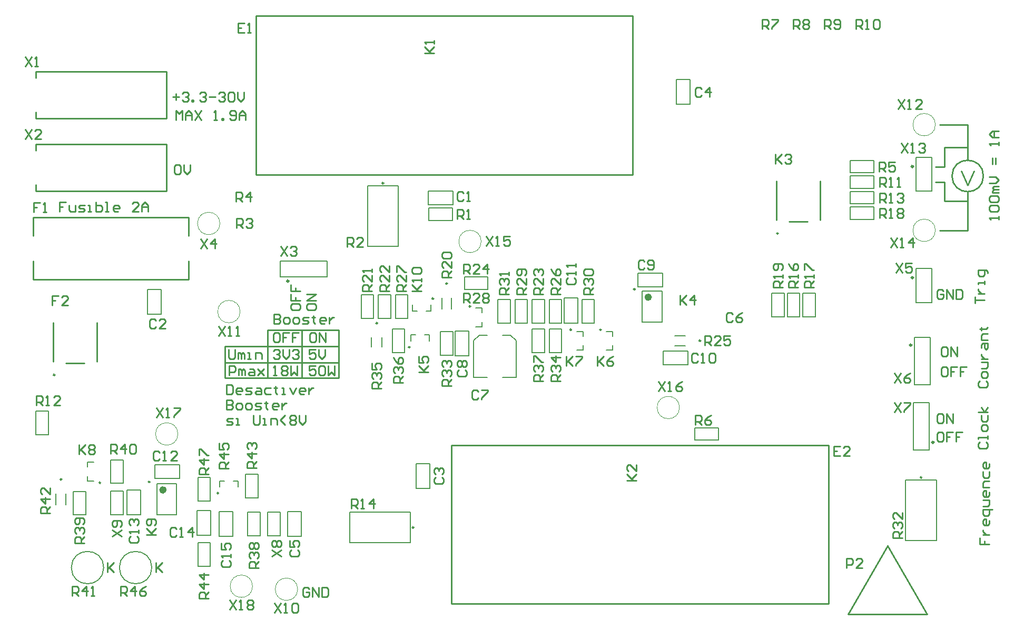
<source format=gto>
G04*
G04 #@! TF.GenerationSoftware,Altium Limited,Altium Designer,23.6.0 (18)*
G04*
G04 Layer_Color=65535*
%FSLAX44Y44*%
%MOMM*%
G71*
G04*
G04 #@! TF.SameCoordinates,E2970A9F-EEAD-49D2-9432-5F25BFD95917*
G04*
G04*
G04 #@! TF.FilePolarity,Positive*
G04*
G01*
G75*
%ADD10C,0.2500*%
%ADD11C,0.6000*%
%ADD12C,0.1500*%
%ADD13C,0.1250*%
%ADD14C,0.3000*%
%ADD15C,0.2540*%
%ADD16C,0.2000*%
D10*
X1098250Y455000D02*
G03*
X1098250Y455000I-1250J0D01*
G01*
X993000Y537800D02*
G03*
X993000Y537800I-1250J0D01*
G01*
X669000Y522750D02*
G03*
X669000Y522750I-1250J0D01*
G01*
X213000Y227800D02*
G03*
X213000Y227800I-1250J0D01*
G01*
X578750Y483250D02*
G03*
X578750Y483250I-1250J0D01*
G01*
X691250Y547000D02*
G03*
X691250Y547000I-1250J0D01*
G01*
X71250Y232000D02*
G03*
X71250Y232000I-1250J0D01*
G01*
X60272Y400000D02*
G03*
X60272Y400000I-1250J0D01*
G01*
X1223000Y627500D02*
G03*
X1223000Y627500I-1250J0D01*
G01*
X631000Y444750D02*
G03*
X631000Y444750I-1250J0D01*
G01*
X938500Y472750D02*
G03*
X938500Y472750I-1250J0D01*
G01*
X890750D02*
G03*
X890750Y472750I-1250J0D01*
G01*
X134000Y226654D02*
G03*
X134000Y226654I-1250J0D01*
G01*
X1453800Y235100D02*
G03*
X1453800Y235100I-1250J0D01*
G01*
X637150Y154631D02*
G03*
X637150Y154631I-1250J0D01*
G01*
X588800Y708400D02*
G03*
X588800Y708400I-1250J0D01*
G01*
X323500Y209750D02*
G03*
X323500Y209750I-1250J0D01*
G01*
X728500Y510250D02*
G03*
X728500Y510250I-1250J0D01*
G01*
X25000Y553460D02*
Y583460D01*
Y623460D02*
Y653460D01*
X275000Y553460D02*
Y583460D01*
Y623460D02*
Y653460D01*
X57572Y421500D02*
Y484000D01*
X77572Y419000D02*
X105072D01*
X107572D01*
X127572Y421500D02*
Y484000D01*
X1220300Y649000D02*
Y711500D01*
X1240300Y646500D02*
X1267800D01*
X1270300D01*
X1290300Y649000D02*
Y711500D01*
X30000Y812500D02*
Y822500D01*
Y877500D02*
Y887500D01*
Y812500D02*
X240000D01*
Y887500D01*
X30000D02*
X240000D01*
X30000Y695960D02*
Y705960D01*
Y760960D02*
Y770960D01*
Y695960D02*
X240000D01*
Y770960D01*
X30000D02*
X240000D01*
D11*
X1017000Y525000D02*
G03*
X1017000Y525000I-3000J0D01*
G01*
X237000Y215000D02*
G03*
X237000Y215000I-3000J0D01*
G01*
D12*
X216000Y90000D02*
G03*
X216000Y90000I-26000J0D01*
G01*
X138750D02*
G03*
X138750Y90000I-26000J0D01*
G01*
D13*
X1475500Y632500D02*
G03*
X1475500Y632500I-18000J0D01*
G01*
Y802500D02*
G03*
X1475500Y802500I-18000J0D01*
G01*
X325500Y643598D02*
G03*
X325500Y643598I-18000J0D01*
G01*
X450500Y55187D02*
G03*
X450500Y55187I-18000J0D01*
G01*
X358000Y501786D02*
G03*
X358000Y501786I-18000J0D01*
G01*
X745500Y614609D02*
G03*
X745500Y614609I-18000J0D01*
G01*
X1064250Y347500D02*
G03*
X1064250Y347500I-18000J0D01*
G01*
X258043Y305000D02*
G03*
X258043Y305000I-18000J0D01*
G01*
X378000Y60000D02*
G03*
X378000Y60000I-18000J0D01*
G01*
D14*
X1439950Y735400D02*
G03*
X1439950Y735400I-1500J0D01*
G01*
Y556500D02*
G03*
X1439950Y556500I-1500J0D01*
G01*
X1437450Y447900D02*
G03*
X1437450Y447900I-1500J0D01*
G01*
X1473050Y291700D02*
G03*
X1473050Y291700I-1500J0D01*
G01*
X436100Y550950D02*
G03*
X436100Y550950I-1500J0D01*
G01*
D15*
X1552742Y720000D02*
G03*
X1552742Y720000I-25242J0D01*
G01*
X333644Y395000D02*
X516144D01*
X333644Y446150D02*
X516144D01*
Y395000D02*
Y446150D01*
X333644Y395000D02*
Y446150D01*
X383140Y722360D02*
X988930D01*
X383140Y977630D02*
X988930D01*
Y722360D02*
Y977630D01*
X383140Y722360D02*
Y977630D01*
X697740Y31730D02*
Y287000D01*
X1303530Y31730D02*
Y287000D01*
X697740D02*
X1303530D01*
X697740Y31730D02*
X1303530D01*
X25000Y553460D02*
X275000D01*
X25000Y653460D02*
X275000D01*
X1335000Y15000D02*
X1398500Y124982D01*
X1335000Y15000D02*
X1462000D01*
X1398500Y124982D02*
X1462000Y15000D01*
X402092Y472500D02*
X516144D01*
Y444850D02*
Y472500D01*
X457500Y395000D02*
Y472500D01*
X402092Y395000D02*
Y472500D01*
X333644Y419750D02*
X516144D01*
X1517500Y727500D02*
X1527500Y705000D01*
X1537500Y727500D01*
X1475950Y710000D02*
X1490508D01*
Y680000D02*
Y710000D01*
Y680000D02*
X1527500D01*
X1475950Y735000D02*
X1490508D01*
Y766118D01*
X1527500D01*
X1482500Y632500D02*
X1527500D01*
Y695000D01*
X1482500Y802500D02*
X1527500D01*
Y745000D02*
Y802500D01*
X336184Y384031D02*
Y368796D01*
X343801D01*
X346341Y371335D01*
Y381492D01*
X343801Y384031D01*
X336184D01*
X359036Y368796D02*
X353958D01*
X351419Y371335D01*
Y376414D01*
X353958Y378953D01*
X359036D01*
X361576Y376414D01*
Y373875D01*
X351419D01*
X366654Y368796D02*
X374272D01*
X376811Y371335D01*
X374272Y373875D01*
X369193D01*
X366654Y376414D01*
X369193Y378953D01*
X376811D01*
X384428D02*
X389507D01*
X392046Y376414D01*
Y368796D01*
X384428D01*
X381889Y371335D01*
X384428Y373875D01*
X392046D01*
X407281Y378953D02*
X399663D01*
X397124Y376414D01*
Y371335D01*
X399663Y368796D01*
X407281D01*
X414898Y381492D02*
Y378953D01*
X412359D01*
X417438D01*
X414898D01*
Y371335D01*
X417438Y368796D01*
X425055D02*
X430134D01*
X427594D01*
Y378953D01*
X425055D01*
X437751D02*
X442829Y368796D01*
X447908Y378953D01*
X460604Y368796D02*
X455525D01*
X452986Y371335D01*
Y376414D01*
X455525Y378953D01*
X460604D01*
X463143Y376414D01*
Y373875D01*
X452986D01*
X468221Y378953D02*
Y368796D01*
Y373875D01*
X470760Y376414D01*
X473299Y378953D01*
X475839D01*
X336184Y359653D02*
Y344418D01*
X343801D01*
X346341Y346957D01*
Y349496D01*
X343801Y352036D01*
X336184D01*
X343801D01*
X346341Y354575D01*
Y357114D01*
X343801Y359653D01*
X336184D01*
X353958Y344418D02*
X359036D01*
X361576Y346957D01*
Y352036D01*
X359036Y354575D01*
X353958D01*
X351419Y352036D01*
Y346957D01*
X353958Y344418D01*
X369193D02*
X374272D01*
X376811Y346957D01*
Y352036D01*
X374272Y354575D01*
X369193D01*
X366654Y352036D01*
Y346957D01*
X369193Y344418D01*
X381889D02*
X389507D01*
X392046Y346957D01*
X389507Y349496D01*
X384428D01*
X381889Y352036D01*
X384428Y354575D01*
X392046D01*
X399663Y357114D02*
Y354575D01*
X397124D01*
X402202D01*
X399663D01*
Y346957D01*
X402202Y344418D01*
X417438D02*
X412359D01*
X409820Y346957D01*
Y352036D01*
X412359Y354575D01*
X417438D01*
X419977Y352036D01*
Y349496D01*
X409820D01*
X425055Y354575D02*
Y344418D01*
Y349496D01*
X427594Y352036D01*
X430134Y354575D01*
X432673D01*
X336184Y320040D02*
X343801D01*
X346341Y322579D01*
X343801Y325118D01*
X338723D01*
X336184Y327658D01*
X338723Y330197D01*
X346341D01*
X351419Y320040D02*
X356497D01*
X353958D01*
Y330197D01*
X351419D01*
X379350Y335275D02*
Y322579D01*
X381889Y320040D01*
X386967D01*
X389507Y322579D01*
Y335275D01*
X394585Y320040D02*
X399663D01*
X397124D01*
Y330197D01*
X394585D01*
X407281Y320040D02*
Y330197D01*
X414898D01*
X417438Y327658D01*
Y320040D01*
X430134D02*
X422516Y327658D01*
X430134Y335275D01*
X437751Y332736D02*
X440290Y335275D01*
X445368D01*
X447908Y332736D01*
Y330197D01*
X445368Y327658D01*
X447908Y325118D01*
Y322579D01*
X445368Y320040D01*
X440290D01*
X437751Y322579D01*
Y325118D01*
X440290Y327658D01*
X437751Y330197D01*
Y332736D01*
X440290Y327658D02*
X445368D01*
X452986Y335275D02*
Y325118D01*
X458064Y320040D01*
X463143Y325118D01*
Y335275D01*
X1322697Y285275D02*
X1312540D01*
Y270040D01*
X1322697D01*
X1312540Y277658D02*
X1317618D01*
X1337932Y270040D02*
X1327775D01*
X1337932Y280197D01*
Y282736D01*
X1335393Y285275D01*
X1330314D01*
X1327775Y282736D01*
X654725Y917540D02*
X669960D01*
X664882D01*
X654725Y927697D01*
X662342Y920079D01*
X669960Y927697D01*
Y932775D02*
Y937853D01*
Y935314D01*
X654725D01*
X657264Y932775D01*
X979725Y230040D02*
X994960D01*
X989882D01*
X979725Y240197D01*
X987343Y232579D01*
X994960Y240197D01*
Y255432D02*
Y245275D01*
X984803Y255432D01*
X982264D01*
X979725Y252893D01*
Y247814D01*
X982264Y245275D01*
X1065040Y528477D02*
Y513242D01*
Y518321D01*
X1075197Y528477D01*
X1067579Y520860D01*
X1075197Y513242D01*
X1087893D02*
Y528477D01*
X1080275Y520860D01*
X1090432D01*
X365197Y965815D02*
X355040D01*
Y950580D01*
X365197D01*
X355040Y958198D02*
X360118D01*
X370275Y950580D02*
X375354D01*
X372814D01*
Y965815D01*
X370275Y963276D01*
X634475Y535040D02*
X649710D01*
X644632D01*
X634475Y545197D01*
X642092Y537579D01*
X649710Y545197D01*
Y550275D02*
Y555353D01*
Y552814D01*
X634475D01*
X637014Y550275D01*
Y562971D02*
X634475Y565510D01*
Y570588D01*
X637014Y573128D01*
X647171D01*
X649710Y570588D01*
Y565510D01*
X647171Y562971D01*
X637014D01*
X741197Y372736D02*
X738658Y375275D01*
X733579D01*
X731040Y372736D01*
Y362579D01*
X733579Y360040D01*
X738658D01*
X741197Y362579D01*
X746275Y375275D02*
X756432D01*
Y372736D01*
X746275Y362579D01*
Y360040D01*
X207225Y142540D02*
X222460D01*
X217382D01*
X207225Y152697D01*
X214842Y145079D01*
X222460Y152697D01*
X219921Y157775D02*
X222460Y160314D01*
Y165393D01*
X219921Y167932D01*
X209764D01*
X207225Y165393D01*
Y160314D01*
X209764Y157775D01*
X212303D01*
X214842Y160314D01*
Y167932D01*
X222540Y97775D02*
Y82540D01*
Y87618D01*
X232697Y97775D01*
X225079Y90158D01*
X232697Y82540D01*
X145040Y97775D02*
Y82540D01*
Y87618D01*
X155197Y97775D01*
X147579Y90157D01*
X155197Y82540D01*
X255080Y810040D02*
Y825275D01*
X260158Y820197D01*
X265237Y825275D01*
Y810040D01*
X270315D02*
Y820197D01*
X275393Y825275D01*
X280472Y820197D01*
Y810040D01*
Y817657D01*
X270315D01*
X285550Y825275D02*
X295707Y810040D01*
Y825275D02*
X285550Y810040D01*
X316020D02*
X321099D01*
X318559D01*
Y825275D01*
X316020Y822736D01*
X328716Y810040D02*
Y812579D01*
X331255D01*
Y810040D01*
X328716D01*
X341412Y812579D02*
X343951Y810040D01*
X349030D01*
X351569Y812579D01*
Y822736D01*
X349030Y825275D01*
X343951D01*
X341412Y822736D01*
Y820197D01*
X343951Y817657D01*
X351569D01*
X356647Y810040D02*
Y820197D01*
X361726Y825275D01*
X366804Y820197D01*
Y810040D01*
Y817657D01*
X356647D01*
X77697Y677775D02*
X67540D01*
Y670157D01*
X72618D01*
X67540D01*
Y662540D01*
X82775Y672697D02*
Y665079D01*
X85314Y662540D01*
X92932D01*
Y672697D01*
X98010Y662540D02*
X105628D01*
X108167Y665079D01*
X105628Y667618D01*
X100549D01*
X98010Y670157D01*
X100549Y672697D01*
X108167D01*
X113245Y662540D02*
X118324D01*
X115784D01*
Y672697D01*
X113245D01*
X125941Y677775D02*
Y662540D01*
X133559D01*
X136098Y665079D01*
Y667618D01*
Y670157D01*
X133559Y672697D01*
X125941D01*
X141176Y662540D02*
X146255D01*
X143715D01*
Y677775D01*
X141176D01*
X161490Y662540D02*
X156411D01*
X153872Y665079D01*
Y670157D01*
X156411Y672697D01*
X161490D01*
X164029Y670157D01*
Y667618D01*
X153872D01*
X194499Y662540D02*
X184342D01*
X194499Y672697D01*
Y675236D01*
X191960Y677775D01*
X186881D01*
X184342Y675236D01*
X199577Y662540D02*
Y672697D01*
X204656Y677775D01*
X209734Y672697D01*
Y662540D01*
Y670157D01*
X199577D01*
X530040Y605722D02*
Y620957D01*
X537658D01*
X540197Y618418D01*
Y613339D01*
X537658Y610800D01*
X530040D01*
X535118D02*
X540197Y605722D01*
X555432D02*
X545275D01*
X555432Y615878D01*
Y618418D01*
X552893Y620957D01*
X547814D01*
X545275Y618418D01*
X1422460Y137540D02*
X1407225D01*
Y145157D01*
X1409764Y147697D01*
X1414843D01*
X1417382Y145157D01*
Y137540D01*
Y142618D02*
X1422460Y147697D01*
X1409764Y152775D02*
X1407225Y155314D01*
Y160393D01*
X1409764Y162932D01*
X1412303D01*
X1414843Y160393D01*
Y157853D01*
Y160393D01*
X1417382Y162932D01*
X1419921D01*
X1422460Y160393D01*
Y155314D01*
X1419921Y152775D01*
X1422460Y178167D02*
Y168010D01*
X1412303Y178167D01*
X1409764D01*
X1407225Y175628D01*
Y170549D01*
X1409764Y168010D01*
X536740Y185390D02*
Y200625D01*
X544357D01*
X546897Y198086D01*
Y193008D01*
X544357Y190468D01*
X536740D01*
X541818D02*
X546897Y185390D01*
X551975D02*
X557053D01*
X554514D01*
Y200625D01*
X551975Y198086D01*
X572289Y185390D02*
Y200625D01*
X564671Y193008D01*
X574828D01*
X339431Y249881D02*
X324196D01*
Y257499D01*
X326736Y260038D01*
X331814D01*
X334353Y257499D01*
Y249881D01*
Y254960D02*
X339431Y260038D01*
Y272734D02*
X324196D01*
X331814Y265117D01*
Y275273D01*
X324196Y290508D02*
Y280352D01*
X331814D01*
X329275Y285430D01*
Y287969D01*
X331814Y290508D01*
X336892D01*
X339431Y287969D01*
Y282891D01*
X336892Y280352D01*
X717540Y516040D02*
Y531275D01*
X725157D01*
X727697Y528736D01*
Y523657D01*
X725157Y521118D01*
X717540D01*
X722618D02*
X727697Y516040D01*
X742932D02*
X732775D01*
X742932Y526197D01*
Y528736D01*
X740393Y531275D01*
X735314D01*
X732775Y528736D01*
X748010D02*
X750549Y531275D01*
X755628D01*
X758167Y528736D01*
Y526197D01*
X755628Y523657D01*
X758167Y521118D01*
Y518579D01*
X755628Y516040D01*
X750549D01*
X748010Y518579D01*
Y521118D01*
X750549Y523657D01*
X748010Y526197D01*
Y528736D01*
X750549Y523657D02*
X755628D01*
X1488197Y535236D02*
X1485658Y537775D01*
X1480579D01*
X1478040Y535236D01*
Y525079D01*
X1480579Y522540D01*
X1485658D01*
X1488197Y525079D01*
Y530158D01*
X1483118D01*
X1493275Y522540D02*
Y537775D01*
X1503432Y522540D01*
Y537775D01*
X1508510D02*
Y522540D01*
X1516128D01*
X1518667Y525079D01*
Y535236D01*
X1516128Y537775D01*
X1508510D01*
X477458Y467775D02*
X472380D01*
X469841Y465236D01*
Y455079D01*
X472380Y452540D01*
X477458D01*
X479997Y455079D01*
Y465236D01*
X477458Y467775D01*
X485076Y452540D02*
Y467775D01*
X495233Y452540D01*
Y467775D01*
X418801D02*
X413723D01*
X411184Y465236D01*
Y455079D01*
X413723Y452540D01*
X418801D01*
X421341Y455079D01*
Y465236D01*
X418801Y467775D01*
X436576D02*
X426419D01*
Y460158D01*
X431497D01*
X426419D01*
Y452540D01*
X451811Y467775D02*
X441654D01*
Y460158D01*
X446732D01*
X441654D01*
Y452540D01*
X478841Y414775D02*
X468684D01*
Y407158D01*
X473762Y409697D01*
X476301D01*
X478841Y407158D01*
Y402079D01*
X476301Y399540D01*
X471223D01*
X468684Y402079D01*
X483919Y412236D02*
X486458Y414775D01*
X491536D01*
X494076Y412236D01*
Y402079D01*
X491536Y399540D01*
X486458D01*
X483919Y402079D01*
Y412236D01*
X499154Y414775D02*
Y399540D01*
X504232Y404618D01*
X509311Y399540D01*
Y414775D01*
X411184Y399540D02*
X416262D01*
X413723D01*
Y414775D01*
X411184Y412236D01*
X423880D02*
X426419Y414775D01*
X431497D01*
X434036Y412236D01*
Y409697D01*
X431497Y407158D01*
X434036Y404618D01*
Y402079D01*
X431497Y399540D01*
X426419D01*
X423880Y402079D01*
Y404618D01*
X426419Y407158D01*
X423880Y409697D01*
Y412236D01*
X426419Y407158D02*
X431497D01*
X439115Y414775D02*
Y399540D01*
X444193Y404618D01*
X449272Y399540D01*
Y414775D01*
X478841Y441275D02*
X468684D01*
Y433658D01*
X473762Y436197D01*
X476301D01*
X478841Y433658D01*
Y428579D01*
X476301Y426040D01*
X471223D01*
X468684Y428579D01*
X483919Y441275D02*
Y431118D01*
X488997Y426040D01*
X494076Y431118D01*
Y441275D01*
X411184Y438736D02*
X413723Y441275D01*
X418801D01*
X421341Y438736D01*
Y436197D01*
X418801Y433658D01*
X416262D01*
X418801D01*
X421341Y431118D01*
Y428579D01*
X418801Y426040D01*
X413723D01*
X411184Y428579D01*
X426419Y441275D02*
Y431118D01*
X431497Y426040D01*
X436576Y431118D01*
Y441275D01*
X441654Y438736D02*
X444193Y441275D01*
X449272D01*
X451811Y438736D01*
Y436197D01*
X449272Y433658D01*
X446732D01*
X449272D01*
X451811Y431118D01*
Y428579D01*
X449272Y426040D01*
X444193D01*
X441654Y428579D01*
X340434Y399540D02*
Y414775D01*
X348051D01*
X350591Y412236D01*
Y407158D01*
X348051Y404618D01*
X340434D01*
X355669Y399540D02*
Y409697D01*
X358208D01*
X360747Y407158D01*
Y399540D01*
Y407158D01*
X363287Y409697D01*
X365826Y407158D01*
Y399540D01*
X373443Y409697D02*
X378521D01*
X381061Y407158D01*
Y399540D01*
X373443D01*
X370904Y402079D01*
X373443Y404618D01*
X381061D01*
X386139Y409697D02*
X396296Y399540D01*
X391217Y404618D01*
X396296Y409697D01*
X386139Y399540D01*
X339184Y441275D02*
Y428579D01*
X341723Y426040D01*
X346801D01*
X349341Y428579D01*
Y441275D01*
X354419Y426040D02*
Y436197D01*
X356958D01*
X359497Y433658D01*
Y426040D01*
Y433658D01*
X362037Y436197D01*
X364576Y433658D01*
Y426040D01*
X369654D02*
X374732D01*
X372193D01*
Y436197D01*
X369654D01*
X382350Y426040D02*
Y436197D01*
X389967D01*
X392507Y433658D01*
Y426040D01*
X412540Y497775D02*
Y482540D01*
X420158D01*
X422697Y485079D01*
Y487618D01*
X420158Y490158D01*
X412540D01*
X420158D01*
X422697Y492697D01*
Y495236D01*
X420158Y497775D01*
X412540D01*
X430314Y482540D02*
X435393D01*
X437932Y485079D01*
Y490158D01*
X435393Y492697D01*
X430314D01*
X427775Y490158D01*
Y485079D01*
X430314Y482540D01*
X445549D02*
X450628D01*
X453167Y485079D01*
Y490158D01*
X450628Y492697D01*
X445549D01*
X443010Y490158D01*
Y485079D01*
X445549Y482540D01*
X458245D02*
X465863D01*
X468402Y485079D01*
X465863Y487618D01*
X460784D01*
X458245Y490158D01*
X460784Y492697D01*
X468402D01*
X476020Y495236D02*
Y492697D01*
X473480D01*
X478559D01*
X476020D01*
Y485079D01*
X478559Y482540D01*
X493794D02*
X488715D01*
X486176Y485079D01*
Y490158D01*
X488715Y492697D01*
X493794D01*
X496333Y490158D01*
Y487618D01*
X486176D01*
X501411Y492697D02*
Y482540D01*
Y487618D01*
X503950Y490158D01*
X506490Y492697D01*
X509029D01*
X439725Y511943D02*
Y506865D01*
X442264Y504325D01*
X452421D01*
X454960Y506865D01*
Y511943D01*
X452421Y514482D01*
X442264D01*
X439725Y511943D01*
Y529717D02*
Y519561D01*
X447342D01*
Y524639D01*
Y519561D01*
X454960D01*
X439725Y544952D02*
Y534796D01*
X447342D01*
Y539874D01*
Y534796D01*
X454960D01*
X464725Y511943D02*
Y506865D01*
X467264Y504325D01*
X477421D01*
X479960Y506865D01*
Y511943D01*
X477421Y514482D01*
X467264D01*
X464725Y511943D01*
X479960Y519561D02*
X464725D01*
X479960Y529717D01*
X464725D01*
X468697Y55722D02*
X466157Y58262D01*
X461079D01*
X458540Y55722D01*
Y45566D01*
X461079Y43027D01*
X466157D01*
X468697Y45566D01*
Y50644D01*
X463618D01*
X473775Y43027D02*
Y58262D01*
X483932Y43027D01*
Y58262D01*
X489010D02*
Y43027D01*
X496628D01*
X499167Y45566D01*
Y55722D01*
X496628Y58262D01*
X489010D01*
X252540Y735236D02*
X255079Y737775D01*
X260158D01*
X262697Y735236D01*
Y725079D01*
X260158Y722540D01*
X255079D01*
X252540Y725079D01*
Y735236D01*
X267775Y737775D02*
Y727618D01*
X272853Y722540D01*
X277932Y727618D01*
Y737775D01*
X250040Y847657D02*
X260197D01*
X255118Y852736D02*
Y842579D01*
X265275Y852736D02*
X267814Y855275D01*
X272893D01*
X275432Y852736D01*
Y850197D01*
X272893Y847657D01*
X270353D01*
X272893D01*
X275432Y845118D01*
Y842579D01*
X272893Y840040D01*
X267814D01*
X265275Y842579D01*
X280510Y840040D02*
Y842579D01*
X283049D01*
Y840040D01*
X280510D01*
X293206Y852736D02*
X295745Y855275D01*
X300824D01*
X303363Y852736D01*
Y850197D01*
X300824Y847657D01*
X298284D01*
X300824D01*
X303363Y845118D01*
Y842579D01*
X300824Y840040D01*
X295745D01*
X293206Y842579D01*
X308441Y847657D02*
X318598D01*
X323676Y852736D02*
X326215Y855275D01*
X331294D01*
X333833Y852736D01*
Y850197D01*
X331294Y847657D01*
X328755D01*
X331294D01*
X333833Y845118D01*
Y842579D01*
X331294Y840040D01*
X326215D01*
X323676Y842579D01*
X338911Y852736D02*
X341450Y855275D01*
X346529D01*
X349068Y852736D01*
Y842579D01*
X346529Y840040D01*
X341450D01*
X338911Y842579D01*
Y852736D01*
X354146Y855275D02*
Y845118D01*
X359225Y840040D01*
X364303Y845118D01*
Y855275D01*
X1547147Y137697D02*
Y127540D01*
X1554764D01*
Y132618D01*
Y127540D01*
X1562382D01*
X1552225Y142775D02*
X1562382D01*
X1557303D01*
X1554764Y145314D01*
X1552225Y147853D01*
Y150393D01*
X1562382Y165628D02*
Y160549D01*
X1559843Y158010D01*
X1554764D01*
X1552225Y160549D01*
Y165628D01*
X1554764Y168167D01*
X1557303D01*
Y158010D01*
X1567460Y183402D02*
X1552225D01*
Y175784D01*
X1554764Y173245D01*
X1559843D01*
X1562382Y175784D01*
Y183402D01*
X1552225Y188480D02*
X1559843D01*
X1562382Y191019D01*
Y198637D01*
X1552225D01*
X1562382Y211333D02*
Y206255D01*
X1559843Y203715D01*
X1554764D01*
X1552225Y206255D01*
Y211333D01*
X1554764Y213872D01*
X1557303D01*
Y203715D01*
X1562382Y218950D02*
X1552225D01*
Y226568D01*
X1554764Y229107D01*
X1562382D01*
X1552225Y244342D02*
Y236725D01*
X1554764Y234186D01*
X1559843D01*
X1562382Y236725D01*
Y244342D01*
Y257038D02*
Y251960D01*
X1559843Y249421D01*
X1554764D01*
X1552225Y251960D01*
Y257038D01*
X1554764Y259577D01*
X1557303D01*
Y249421D01*
X1547264Y291897D02*
X1544725Y289357D01*
Y284279D01*
X1547264Y281740D01*
X1557421D01*
X1559960Y284279D01*
Y289357D01*
X1557421Y291897D01*
X1559960Y296975D02*
Y302053D01*
Y299514D01*
X1544725D01*
Y296975D01*
X1559960Y312210D02*
Y317288D01*
X1557421Y319828D01*
X1552343D01*
X1549803Y317288D01*
Y312210D01*
X1552343Y309671D01*
X1557421D01*
X1559960Y312210D01*
X1549803Y335063D02*
Y327445D01*
X1552343Y324906D01*
X1557421D01*
X1559960Y327445D01*
Y335063D01*
Y340141D02*
X1544725D01*
X1554882D02*
X1549803Y347759D01*
X1554882Y340141D02*
X1559960Y347759D01*
X1485708Y307775D02*
X1480629D01*
X1478090Y305236D01*
Y295079D01*
X1480629Y292540D01*
X1485708D01*
X1488247Y295079D01*
Y305236D01*
X1485708Y307775D01*
X1503482D02*
X1493325D01*
Y300158D01*
X1498403D01*
X1493325D01*
Y292540D01*
X1518717Y307775D02*
X1508560D01*
Y300158D01*
X1513638D01*
X1508560D01*
Y292540D01*
X1485708Y337775D02*
X1480629D01*
X1478090Y335236D01*
Y325079D01*
X1480629Y322540D01*
X1485708D01*
X1488247Y325079D01*
Y335236D01*
X1485708Y337775D01*
X1493325Y322540D02*
Y337775D01*
X1503482Y322540D01*
Y337775D01*
X1547264Y390197D02*
X1544725Y387658D01*
Y382579D01*
X1547264Y380040D01*
X1557421D01*
X1559960Y382579D01*
Y387658D01*
X1557421Y390197D01*
X1559960Y397814D02*
Y402893D01*
X1557421Y405432D01*
X1552343D01*
X1549803Y402893D01*
Y397814D01*
X1552343Y395275D01*
X1557421D01*
X1559960Y397814D01*
X1549803Y410510D02*
X1557421D01*
X1559960Y413049D01*
Y420667D01*
X1549803D01*
Y425745D02*
X1559960D01*
X1554882D01*
X1552343Y428284D01*
X1549803Y430824D01*
Y433363D01*
Y443520D02*
Y448598D01*
X1552343Y451137D01*
X1559960D01*
Y443520D01*
X1557421Y440980D01*
X1554882Y443520D01*
Y451137D01*
X1559960Y456215D02*
X1549803D01*
Y463833D01*
X1552343Y466372D01*
X1559960D01*
X1547264Y473990D02*
X1549803D01*
Y471450D01*
Y476529D01*
Y473990D01*
X1557421D01*
X1559960Y476529D01*
X1492657Y412775D02*
X1487579D01*
X1485040Y410236D01*
Y400079D01*
X1487579Y397540D01*
X1492657D01*
X1495197Y400079D01*
Y410236D01*
X1492657Y412775D01*
X1510432D02*
X1500275D01*
Y405158D01*
X1505353D01*
X1500275D01*
Y397540D01*
X1525667Y412775D02*
X1515510D01*
Y405158D01*
X1520589D01*
X1515510D01*
Y397540D01*
X1492657Y445275D02*
X1487579D01*
X1485040Y442736D01*
Y432579D01*
X1487579Y430040D01*
X1492657D01*
X1495197Y432579D01*
Y442736D01*
X1492657Y445275D01*
X1500275Y430040D02*
Y445275D01*
X1510432Y430040D01*
Y445275D01*
X1539647Y515040D02*
Y525197D01*
Y520118D01*
X1554882D01*
X1544725Y530275D02*
X1554882D01*
X1549803D01*
X1547264Y532814D01*
X1544725Y535353D01*
Y537893D01*
X1554882Y545510D02*
Y550588D01*
Y548049D01*
X1544725D01*
Y545510D01*
X1559960Y563284D02*
Y565824D01*
X1557421Y568363D01*
X1544725D01*
Y560745D01*
X1547264Y558206D01*
X1552343D01*
X1554882Y560745D01*
Y568363D01*
X1577460Y650040D02*
Y655118D01*
Y652579D01*
X1562225D01*
X1564764Y650040D01*
Y662736D02*
X1562225Y665275D01*
Y670353D01*
X1564764Y672893D01*
X1574921D01*
X1577460Y670353D01*
Y665275D01*
X1574921Y662736D01*
X1564764D01*
Y677971D02*
X1562225Y680510D01*
Y685589D01*
X1564764Y688128D01*
X1574921D01*
X1577460Y685589D01*
Y680510D01*
X1574921Y677971D01*
X1564764D01*
X1577460Y693206D02*
X1567303D01*
Y695745D01*
X1569842Y698284D01*
X1577460D01*
X1569842D01*
X1567303Y700824D01*
X1569842Y703363D01*
X1577460D01*
X1562225Y708441D02*
X1572382D01*
X1577460Y713519D01*
X1572382Y718598D01*
X1562225D01*
X1572382Y738911D02*
Y749068D01*
X1567303Y738911D02*
Y749068D01*
X1577460Y769381D02*
Y774460D01*
Y771921D01*
X1562225D01*
X1564764Y769381D01*
X1577460Y782077D02*
X1567303D01*
X1562225Y787156D01*
X1567303Y792234D01*
X1577460D01*
X1569842D01*
Y782077D01*
X1332304Y89882D02*
Y105118D01*
X1339922D01*
X1342461Y102578D01*
Y97500D01*
X1339922Y94961D01*
X1332304D01*
X1357696Y89882D02*
X1347539D01*
X1357696Y100039D01*
Y102578D01*
X1355157Y105118D01*
X1350078D01*
X1347539Y102578D01*
X152382Y140004D02*
X167617Y150161D01*
X152382D02*
X167617Y140004D01*
X165078Y155239D02*
X167617Y157778D01*
Y162857D01*
X165078Y165396D01*
X154922D01*
X152382Y162857D01*
Y157778D01*
X154922Y155239D01*
X157461D01*
X160000Y157778D01*
Y165396D01*
X408732Y108104D02*
X423968Y118261D01*
X408732D02*
X423968Y108104D01*
X411272Y123339D02*
X408732Y125878D01*
Y130957D01*
X411272Y133496D01*
X413811D01*
X416350Y130957D01*
X418889Y133496D01*
X421428D01*
X423968Y130957D01*
Y125878D01*
X421428Y123339D01*
X418889D01*
X416350Y125878D01*
X413811Y123339D01*
X411272D01*
X416350Y125878D02*
Y130957D01*
X52618Y177252D02*
X37382D01*
Y184870D01*
X39922Y187409D01*
X45000D01*
X47539Y184870D01*
Y177252D01*
Y182330D02*
X52618Y187409D01*
Y200105D02*
X37382D01*
X45000Y192487D01*
Y202644D01*
X52618Y217879D02*
Y207722D01*
X42461Y217879D01*
X39922D01*
X37382Y215340D01*
Y210261D01*
X39922Y207722D01*
X1104687Y447383D02*
Y462617D01*
X1112304D01*
X1114843Y460078D01*
Y455000D01*
X1112304Y452461D01*
X1104687D01*
X1109765D02*
X1114843Y447383D01*
X1130078D02*
X1119922D01*
X1130078Y457539D01*
Y460078D01*
X1127539Y462617D01*
X1122461D01*
X1119922Y460078D01*
X1145313Y462617D02*
X1135157D01*
Y455000D01*
X1140235Y457539D01*
X1142774D01*
X1145313Y455000D01*
Y449922D01*
X1142774Y447383D01*
X1137696D01*
X1135157Y449922D01*
X697617Y557187D02*
X682382D01*
Y564804D01*
X684922Y567343D01*
X690000D01*
X692539Y564804D01*
Y557187D01*
Y562265D02*
X697617Y567343D01*
Y582578D02*
Y572422D01*
X687461Y582578D01*
X684922D01*
X682382Y580039D01*
Y574961D01*
X684922Y572422D01*
Y587657D02*
X682382Y590196D01*
Y595274D01*
X684922Y597813D01*
X695078D01*
X697617Y595274D01*
Y590196D01*
X695078Y587657D01*
X684922D01*
X1347552Y956366D02*
Y971601D01*
X1355170D01*
X1357709Y969062D01*
Y963984D01*
X1355170Y961444D01*
X1347552D01*
X1352630D02*
X1357709Y956366D01*
X1362787D02*
X1367865D01*
X1365326D01*
Y971601D01*
X1362787Y969062D01*
X1375483D02*
X1378022Y971601D01*
X1383100D01*
X1385640Y969062D01*
Y958905D01*
X1383100Y956366D01*
X1378022D01*
X1375483Y958905D01*
Y969062D01*
X1297514Y956366D02*
Y971601D01*
X1305132D01*
X1307671Y969062D01*
Y963984D01*
X1305132Y961444D01*
X1297514D01*
X1302592D02*
X1307671Y956366D01*
X1312749Y958905D02*
X1315288Y956366D01*
X1320367D01*
X1322906Y958905D01*
Y969062D01*
X1320367Y971601D01*
X1315288D01*
X1312749Y969062D01*
Y966523D01*
X1315288Y963984D01*
X1322906D01*
X1247476Y956366D02*
Y971601D01*
X1255094D01*
X1257633Y969062D01*
Y963984D01*
X1255094Y961444D01*
X1247476D01*
X1252554D02*
X1257633Y956366D01*
X1262711Y969062D02*
X1265250Y971601D01*
X1270329D01*
X1272868Y969062D01*
Y966523D01*
X1270329Y963984D01*
X1272868Y961444D01*
Y958905D01*
X1270329Y956366D01*
X1265250D01*
X1262711Y958905D01*
Y961444D01*
X1265250Y963984D01*
X1262711Y966523D01*
Y969062D01*
X1265250Y963984D02*
X1270329D01*
X1197438Y956366D02*
Y971601D01*
X1205055D01*
X1207595Y969062D01*
Y963984D01*
X1205055Y961444D01*
X1197438D01*
X1202516D02*
X1207595Y956366D01*
X1212673Y971601D02*
X1222830D01*
Y969062D01*
X1212673Y958905D01*
Y956366D01*
X351077Y678481D02*
Y693716D01*
X358695D01*
X361234Y691176D01*
Y686098D01*
X358695Y683559D01*
X351077D01*
X356156D02*
X361234Y678481D01*
X373930D02*
Y693716D01*
X366313Y686098D01*
X376469D01*
X352304Y636854D02*
Y652089D01*
X359922D01*
X362461Y649550D01*
Y644472D01*
X359922Y641933D01*
X352304D01*
X357383D02*
X362461Y636854D01*
X367539Y649550D02*
X370078Y652089D01*
X375157D01*
X377696Y649550D01*
Y647011D01*
X375157Y644472D01*
X372617D01*
X375157D01*
X377696Y641933D01*
Y639393D01*
X375157Y636854D01*
X370078D01*
X367539Y639393D01*
X340956Y37617D02*
X351113Y22383D01*
Y37617D02*
X340956Y22383D01*
X356191D02*
X361270D01*
X358730D01*
Y37617D01*
X356191Y35078D01*
X368887D02*
X371426Y37617D01*
X376505D01*
X379044Y35078D01*
Y32539D01*
X376505Y30000D01*
X379044Y27461D01*
Y24922D01*
X376505Y22383D01*
X371426D01*
X368887Y24922D01*
Y27461D01*
X371426Y30000D01*
X368887Y32539D01*
Y35078D01*
X371426Y30000D02*
X376505D01*
X223856Y346507D02*
X234013Y331272D01*
Y346507D02*
X223856Y331272D01*
X239091D02*
X244169D01*
X241630D01*
Y346507D01*
X239091Y343968D01*
X251787Y346507D02*
X261944D01*
Y343968D01*
X251787Y333811D01*
Y331272D01*
X1030052Y388925D02*
X1040209Y373690D01*
Y388925D02*
X1030052Y373690D01*
X1045287D02*
X1050365D01*
X1047826D01*
Y388925D01*
X1045287Y386386D01*
X1068140Y388925D02*
X1063061Y386386D01*
X1057983Y381308D01*
Y376229D01*
X1060522Y373690D01*
X1065601D01*
X1068140Y376229D01*
Y378768D01*
X1065601Y381308D01*
X1057983D01*
X753456Y622617D02*
X763613Y607383D01*
Y622617D02*
X753456Y607383D01*
X768691D02*
X773770D01*
X771230D01*
Y622617D01*
X768691Y620078D01*
X791544Y622617D02*
X781387D01*
Y615000D01*
X786466Y617539D01*
X789005D01*
X791544Y615000D01*
Y609922D01*
X789005Y607383D01*
X783926D01*
X781387Y609922D01*
X1403456Y620117D02*
X1413613Y604883D01*
Y620117D02*
X1403456Y604883D01*
X1418691D02*
X1423770D01*
X1421230D01*
Y620117D01*
X1418691Y617578D01*
X1439005Y604883D02*
Y620117D01*
X1431387Y612500D01*
X1441544D01*
X1420956Y772617D02*
X1431113Y757383D01*
Y772617D02*
X1420956Y757383D01*
X1436191D02*
X1441270D01*
X1438730D01*
Y772617D01*
X1436191Y770078D01*
X1448887D02*
X1451426Y772617D01*
X1456505D01*
X1459044Y770078D01*
Y767539D01*
X1456505Y765000D01*
X1453965D01*
X1456505D01*
X1459044Y762461D01*
Y759922D01*
X1456505Y757383D01*
X1451426D01*
X1448887Y759922D01*
X1415956Y842617D02*
X1426113Y827383D01*
Y842617D02*
X1415956Y827383D01*
X1431191D02*
X1436270D01*
X1433730D01*
Y842617D01*
X1431191Y840078D01*
X1454044Y827383D02*
X1443887D01*
X1454044Y837539D01*
Y840078D01*
X1451505Y842617D01*
X1446426D01*
X1443887Y840078D01*
X323495Y478517D02*
X333652Y463282D01*
Y478517D02*
X323495Y463282D01*
X338730D02*
X343809D01*
X341270D01*
Y478517D01*
X338730Y475978D01*
X351426Y463282D02*
X356505D01*
X353965D01*
Y478517D01*
X351426Y475978D01*
X413456Y32617D02*
X423613Y17383D01*
Y32617D02*
X413456Y17383D01*
X428691D02*
X433770D01*
X431230D01*
Y32617D01*
X428691Y30078D01*
X441387D02*
X443926Y32617D01*
X449005D01*
X451544Y30078D01*
Y19922D01*
X449005Y17383D01*
X443926D01*
X441387Y19922D01*
Y30078D01*
X1409804Y355117D02*
X1419961Y339883D01*
Y355117D02*
X1409804Y339883D01*
X1425039Y355117D02*
X1435196D01*
Y352578D01*
X1425039Y342422D01*
Y339883D01*
X1409804Y402617D02*
X1419961Y387383D01*
Y402617D02*
X1409804Y387383D01*
X1435196Y402617D02*
X1430117Y400078D01*
X1425039Y395000D01*
Y389922D01*
X1427578Y387383D01*
X1432657D01*
X1435196Y389922D01*
Y392461D01*
X1432657Y395000D01*
X1425039D01*
X1412304Y580117D02*
X1422461Y564883D01*
Y580117D02*
X1412304Y564883D01*
X1437696Y580117D02*
X1427539D01*
Y572500D01*
X1432617Y575039D01*
X1435157D01*
X1437696Y572500D01*
Y567422D01*
X1435157Y564883D01*
X1430078D01*
X1427539Y567422D01*
X294804Y618417D02*
X304961Y603182D01*
Y618417D02*
X294804Y603182D01*
X317657D02*
Y618417D01*
X310039Y610799D01*
X320196D01*
X423754Y606603D02*
X433911Y591368D01*
Y606603D02*
X423754Y591368D01*
X438989Y604064D02*
X441528Y606603D01*
X446607D01*
X449146Y604064D01*
Y601525D01*
X446607Y598986D01*
X444067D01*
X446607D01*
X449146Y596446D01*
Y593907D01*
X446607Y591368D01*
X441528D01*
X438989Y593907D01*
X12528Y795071D02*
X22685Y779836D01*
Y795071D02*
X12528Y779836D01*
X37920D02*
X27763D01*
X37920Y789993D01*
Y792532D01*
X35381Y795071D01*
X30302D01*
X27763Y792532D01*
X12528Y911657D02*
X22685Y896422D01*
Y911657D02*
X12528Y896422D01*
X27763D02*
X32841D01*
X30302D01*
Y911657D01*
X27763Y909118D01*
X307617Y240487D02*
X292383D01*
Y248104D01*
X294922Y250643D01*
X300000D01*
X302539Y248104D01*
Y240487D01*
Y245565D02*
X307617Y250643D01*
Y263339D02*
X292383D01*
X300000Y255722D01*
Y265878D01*
X292383Y270957D02*
Y281113D01*
X294922D01*
X305078Y270957D01*
X307617D01*
X165898Y44366D02*
Y59601D01*
X173515D01*
X176055Y57062D01*
Y51984D01*
X173515Y49444D01*
X165898D01*
X170976D02*
X176055Y44366D01*
X188751D02*
Y59601D01*
X181133Y51984D01*
X191290D01*
X206525Y59601D02*
X201446Y57062D01*
X196368Y51984D01*
Y46905D01*
X198907Y44366D01*
X203986D01*
X206525Y46905D01*
Y49444D01*
X203986Y51984D01*
X196368D01*
X307617Y40487D02*
X292383D01*
Y48104D01*
X294922Y50643D01*
X300000D01*
X302539Y48104D01*
Y40487D01*
Y45565D02*
X307617Y50643D01*
Y63339D02*
X292383D01*
X300000Y55722D01*
Y65878D01*
X307617Y78574D02*
X292383D01*
X300000Y70957D01*
Y81114D01*
X384491Y250487D02*
X369256D01*
Y258104D01*
X371795Y260643D01*
X376874D01*
X379413Y258104D01*
Y250487D01*
Y255565D02*
X384491Y260643D01*
Y273339D02*
X369256D01*
X376874Y265722D01*
Y275878D01*
X371795Y280957D02*
X369256Y283496D01*
Y288574D01*
X371795Y291113D01*
X374335D01*
X376874Y288574D01*
Y286035D01*
Y288574D01*
X379413Y291113D01*
X381952D01*
X384491Y288574D01*
Y283496D01*
X381952Y280957D01*
X88428Y44366D02*
Y59601D01*
X96046D01*
X98585Y57062D01*
Y51984D01*
X96046Y49444D01*
X88428D01*
X93506D02*
X98585Y44366D01*
X111281D02*
Y59601D01*
X103663Y51984D01*
X113820D01*
X118898Y44366D02*
X123976D01*
X121437D01*
Y59601D01*
X118898Y57062D01*
X150196Y273360D02*
Y288595D01*
X157814D01*
X160353Y286056D01*
Y280978D01*
X157814Y278438D01*
X150196D01*
X155274D02*
X160353Y273360D01*
X173049D02*
Y288595D01*
X165431Y280978D01*
X175588D01*
X180666Y286056D02*
X183205Y288595D01*
X188284D01*
X190823Y286056D01*
Y275899D01*
X188284Y273360D01*
X183205D01*
X180666Y275899D01*
Y286056D01*
X107618Y128937D02*
X92382D01*
Y136554D01*
X94922Y139093D01*
X100000D01*
X102539Y136554D01*
Y128937D01*
Y134015D02*
X107618Y139093D01*
X94922Y144172D02*
X92382Y146711D01*
Y151789D01*
X94922Y154328D01*
X97461D01*
X100000Y151789D01*
Y149250D01*
Y151789D01*
X102539Y154328D01*
X105078D01*
X107618Y151789D01*
Y146711D01*
X105078Y144172D01*
Y159407D02*
X107618Y161946D01*
Y167024D01*
X105078Y169563D01*
X94922D01*
X92382Y167024D01*
Y161946D01*
X94922Y159407D01*
X97461D01*
X100000Y161946D01*
Y169563D01*
X387617Y89687D02*
X372383D01*
Y97304D01*
X374922Y99843D01*
X380000D01*
X382539Y97304D01*
Y89687D01*
Y94765D02*
X387617Y99843D01*
X374922Y104922D02*
X372383Y107461D01*
Y112539D01*
X374922Y115078D01*
X377461D01*
X380000Y112539D01*
Y110000D01*
Y112539D01*
X382539Y115078D01*
X385078D01*
X387617Y112539D01*
Y107461D01*
X385078Y104922D01*
X374922Y120157D02*
X372383Y122696D01*
Y127774D01*
X374922Y130314D01*
X377461D01*
X380000Y127774D01*
X382539Y130314D01*
X385078D01*
X387617Y127774D01*
Y122696D01*
X385078Y120157D01*
X382539D01*
X380000Y122696D01*
X377461Y120157D01*
X374922D01*
X380000Y122696D02*
Y127774D01*
X845117Y389687D02*
X829882D01*
Y397304D01*
X832422Y399843D01*
X837500D01*
X840039Y397304D01*
Y389687D01*
Y394765D02*
X845117Y399843D01*
X832422Y404922D02*
X829882Y407461D01*
Y412539D01*
X832422Y415078D01*
X834961D01*
X837500Y412539D01*
Y410000D01*
Y412539D01*
X840039Y415078D01*
X842578D01*
X845117Y412539D01*
Y407461D01*
X842578Y404922D01*
X829882Y420157D02*
Y430313D01*
X832422D01*
X842578Y420157D01*
X845117D01*
X620117Y387187D02*
X604882D01*
Y394804D01*
X607422Y397343D01*
X612500D01*
X615039Y394804D01*
Y387187D01*
Y392265D02*
X620117Y397343D01*
X607422Y402422D02*
X604882Y404961D01*
Y410039D01*
X607422Y412578D01*
X609961D01*
X612500Y410039D01*
Y407500D01*
Y410039D01*
X615039Y412578D01*
X617578D01*
X620117Y410039D01*
Y404961D01*
X617578Y402422D01*
X604882Y427813D02*
X607422Y422735D01*
X612500Y417657D01*
X617578D01*
X620117Y420196D01*
Y425274D01*
X617578Y427813D01*
X615039D01*
X612500Y425274D01*
Y417657D01*
X585117Y377836D02*
X569882D01*
Y385454D01*
X572422Y387993D01*
X577500D01*
X580039Y385454D01*
Y377836D01*
Y382915D02*
X585117Y387993D01*
X572422Y393072D02*
X569882Y395611D01*
Y400689D01*
X572422Y403228D01*
X574961D01*
X577500Y400689D01*
Y398150D01*
Y400689D01*
X580039Y403228D01*
X582578D01*
X585117Y400689D01*
Y395611D01*
X582578Y393072D01*
X569882Y418463D02*
Y408307D01*
X577500D01*
X574961Y413385D01*
Y415924D01*
X577500Y418463D01*
X582578D01*
X585117Y415924D01*
Y410846D01*
X582578Y408307D01*
X872617Y389687D02*
X857382D01*
Y397304D01*
X859922Y399843D01*
X865000D01*
X867539Y397304D01*
Y389687D01*
Y394765D02*
X872617Y399843D01*
X859922Y404922D02*
X857382Y407461D01*
Y412539D01*
X859922Y415078D01*
X862461D01*
X865000Y412539D01*
Y410000D01*
Y412539D01*
X867539Y415078D01*
X870078D01*
X872617Y412539D01*
Y407461D01*
X870078Y404922D01*
X872617Y427774D02*
X857382D01*
X865000Y420157D01*
Y430313D01*
X697617Y382187D02*
X682383D01*
Y389804D01*
X684922Y392343D01*
X690000D01*
X692539Y389804D01*
Y382187D01*
Y387265D02*
X697617Y392343D01*
X684922Y397422D02*
X682383Y399961D01*
Y405039D01*
X684922Y407578D01*
X687461D01*
X690000Y405039D01*
Y402500D01*
Y405039D01*
X692539Y407578D01*
X695078D01*
X697617Y405039D01*
Y399961D01*
X695078Y397422D01*
X684922Y412657D02*
X682383Y415196D01*
Y420274D01*
X684922Y422813D01*
X687461D01*
X690000Y420274D01*
Y417735D01*
Y420274D01*
X692539Y422813D01*
X695078D01*
X697617Y420274D01*
Y415196D01*
X695078Y412657D01*
X790117Y529726D02*
X774883D01*
Y537343D01*
X777422Y539883D01*
X782500D01*
X785039Y537343D01*
Y529726D01*
Y534804D02*
X790117Y539883D01*
X777422Y544961D02*
X774883Y547500D01*
Y552578D01*
X777422Y555118D01*
X779961D01*
X782500Y552578D01*
Y550039D01*
Y552578D01*
X785039Y555118D01*
X787578D01*
X790117Y552578D01*
Y547500D01*
X787578Y544961D01*
X790117Y560196D02*
Y565274D01*
Y562735D01*
X774883D01*
X777422Y560196D01*
X925117Y529687D02*
X909883D01*
Y537304D01*
X912422Y539843D01*
X917500D01*
X920039Y537304D01*
Y529687D01*
Y534765D02*
X925117Y539843D01*
X912422Y544922D02*
X909883Y547461D01*
Y552539D01*
X912422Y555078D01*
X914961D01*
X917500Y552539D01*
Y550000D01*
Y552539D01*
X920039Y555078D01*
X922578D01*
X925117Y552539D01*
Y547461D01*
X922578Y544922D01*
X912422Y560157D02*
X909883Y562696D01*
Y567774D01*
X912422Y570313D01*
X922578D01*
X925117Y567774D01*
Y562696D01*
X922578Y560157D01*
X912422D01*
X817617Y529687D02*
X802383D01*
Y537304D01*
X804922Y539843D01*
X810000D01*
X812539Y537304D01*
Y529687D01*
Y534765D02*
X817617Y539843D01*
Y555078D02*
Y544922D01*
X807461Y555078D01*
X804922D01*
X802383Y552539D01*
Y547461D01*
X804922Y544922D01*
X815078Y560157D02*
X817617Y562696D01*
Y567774D01*
X815078Y570313D01*
X804922D01*
X802383Y567774D01*
Y562696D01*
X804922Y560157D01*
X807461D01*
X810000Y562696D01*
Y570313D01*
X624793Y534687D02*
X609557D01*
Y542304D01*
X612097Y544843D01*
X617175D01*
X619714Y542304D01*
Y534687D01*
Y539765D02*
X624793Y544843D01*
Y560078D02*
Y549922D01*
X614636Y560078D01*
X612097D01*
X609557Y557539D01*
Y552461D01*
X612097Y549922D01*
X609557Y565157D02*
Y575313D01*
X612097D01*
X622253Y565157D01*
X624793D01*
X872617Y529687D02*
X857383D01*
Y537304D01*
X859922Y539843D01*
X865000D01*
X867539Y537304D01*
Y529687D01*
Y534765D02*
X872617Y539843D01*
Y555078D02*
Y544922D01*
X862461Y555078D01*
X859922D01*
X857383Y552539D01*
Y547461D01*
X859922Y544922D01*
X857383Y570313D02*
X859922Y565235D01*
X865000Y560157D01*
X870078D01*
X872617Y562696D01*
Y567774D01*
X870078Y570313D01*
X867539D01*
X865000Y567774D01*
Y560157D01*
X717187Y562383D02*
Y577617D01*
X724804D01*
X727343Y575078D01*
Y570000D01*
X724804Y567461D01*
X717187D01*
X722265D02*
X727343Y562383D01*
X742578D02*
X732422D01*
X742578Y572539D01*
Y575078D01*
X740039Y577617D01*
X734961D01*
X732422Y575078D01*
X755274Y562383D02*
Y577617D01*
X747657Y570000D01*
X757813D01*
X845117Y529687D02*
X829883D01*
Y537304D01*
X832422Y539843D01*
X837500D01*
X840039Y537304D01*
Y529687D01*
Y534765D02*
X845117Y539843D01*
Y555078D02*
Y544922D01*
X834961Y555078D01*
X832422D01*
X829883Y552539D01*
Y547461D01*
X832422Y544922D01*
Y560157D02*
X829883Y562696D01*
Y567774D01*
X832422Y570313D01*
X834961D01*
X837500Y567774D01*
Y565235D01*
Y567774D01*
X840039Y570313D01*
X842578D01*
X845117Y567774D01*
Y562696D01*
X842578Y560157D01*
X597617Y534687D02*
X582383D01*
Y542304D01*
X584922Y544843D01*
X590000D01*
X592539Y542304D01*
Y534687D01*
Y539765D02*
X597617Y544843D01*
Y560078D02*
Y549922D01*
X587461Y560078D01*
X584922D01*
X582383Y557539D01*
Y552461D01*
X584922Y549922D01*
X597617Y575313D02*
Y565157D01*
X587461Y575313D01*
X584922D01*
X582383Y572774D01*
Y567696D01*
X584922Y565157D01*
X570117Y534726D02*
X554882D01*
Y542343D01*
X557422Y544883D01*
X562500D01*
X565039Y542343D01*
Y534726D01*
Y539804D02*
X570117Y544883D01*
Y560117D02*
Y549961D01*
X559961Y560117D01*
X557422D01*
X554882Y557578D01*
Y552500D01*
X557422Y549961D01*
X570117Y565196D02*
Y570274D01*
Y567735D01*
X554882D01*
X557422Y565196D01*
X1230117Y540956D02*
X1214883D01*
Y548574D01*
X1217422Y551113D01*
X1222500D01*
X1225039Y548574D01*
Y540956D01*
Y546035D02*
X1230117Y551113D01*
Y556191D02*
Y561270D01*
Y558731D01*
X1214883D01*
X1217422Y556191D01*
X1227578Y568887D02*
X1230117Y571426D01*
Y576505D01*
X1227578Y579044D01*
X1217422D01*
X1214883Y576505D01*
Y571426D01*
X1217422Y568887D01*
X1219961D01*
X1222500Y571426D01*
Y579044D01*
X1385956Y652382D02*
Y667617D01*
X1393574D01*
X1396113Y665078D01*
Y660000D01*
X1393574Y657461D01*
X1385956D01*
X1391035D02*
X1396113Y652382D01*
X1401191D02*
X1406270D01*
X1403730D01*
Y667617D01*
X1401191Y665078D01*
X1413887D02*
X1416426Y667617D01*
X1421505D01*
X1424044Y665078D01*
Y662539D01*
X1421505Y660000D01*
X1424044Y657461D01*
Y654922D01*
X1421505Y652382D01*
X1416426D01*
X1413887Y654922D01*
Y657461D01*
X1416426Y660000D01*
X1413887Y662539D01*
Y665078D01*
X1416426Y660000D02*
X1421505D01*
X1280117Y540956D02*
X1264883D01*
Y548574D01*
X1267422Y551113D01*
X1272500D01*
X1275039Y548574D01*
Y540956D01*
Y546035D02*
X1280117Y551113D01*
Y556191D02*
Y561270D01*
Y558730D01*
X1264883D01*
X1267422Y556191D01*
X1264883Y568887D02*
Y579044D01*
X1267422D01*
X1277578Y568887D01*
X1280117D01*
X1255117Y540956D02*
X1239883D01*
Y548574D01*
X1242422Y551113D01*
X1247500D01*
X1250039Y548574D01*
Y540956D01*
Y546035D02*
X1255117Y551113D01*
Y556191D02*
Y561270D01*
Y558731D01*
X1239883D01*
X1242422Y556191D01*
X1239883Y579044D02*
X1242422Y573965D01*
X1247500Y568887D01*
X1252578D01*
X1255117Y571426D01*
Y576505D01*
X1252578Y579044D01*
X1250039D01*
X1247500Y576505D01*
Y568887D01*
X1385956Y677382D02*
Y692617D01*
X1393574D01*
X1396113Y690078D01*
Y685000D01*
X1393574Y682461D01*
X1385956D01*
X1391035D02*
X1396113Y677382D01*
X1401191D02*
X1406270D01*
X1403730D01*
Y692617D01*
X1401191Y690078D01*
X1413887D02*
X1416426Y692617D01*
X1421505D01*
X1424044Y690078D01*
Y687539D01*
X1421505Y685000D01*
X1418965D01*
X1421505D01*
X1424044Y682461D01*
Y679922D01*
X1421505Y677382D01*
X1416426D01*
X1413887Y679922D01*
X30308Y351338D02*
Y366573D01*
X37926D01*
X40465Y364034D01*
Y358956D01*
X37926Y356416D01*
X30308D01*
X35386D02*
X40465Y351338D01*
X45543D02*
X50621D01*
X48082D01*
Y366573D01*
X45543Y364034D01*
X68396Y351338D02*
X58239D01*
X68396Y361495D01*
Y364034D01*
X65856Y366573D01*
X60778D01*
X58239Y364034D01*
X1385995Y702383D02*
Y717617D01*
X1393613D01*
X1396152Y715078D01*
Y710000D01*
X1393613Y707461D01*
X1385995D01*
X1391074D02*
X1396152Y702383D01*
X1401230D02*
X1406309D01*
X1403770D01*
Y717617D01*
X1401230Y715078D01*
X1413926Y702383D02*
X1419005D01*
X1416465D01*
Y717617D01*
X1413926Y715078D01*
X1089804Y319883D02*
Y335117D01*
X1097422D01*
X1099961Y332578D01*
Y327500D01*
X1097422Y324961D01*
X1089804D01*
X1094883D02*
X1099961Y319883D01*
X1115196Y335117D02*
X1110117Y332578D01*
X1105039Y327500D01*
Y322422D01*
X1107578Y319883D01*
X1112657D01*
X1115196Y322422D01*
Y324961D01*
X1112657Y327500D01*
X1105039D01*
X1384804Y727382D02*
Y742617D01*
X1392422D01*
X1394961Y740078D01*
Y735000D01*
X1392422Y732461D01*
X1384804D01*
X1389883D02*
X1394961Y727382D01*
X1410196Y742617D02*
X1400039D01*
Y735000D01*
X1405117Y737539D01*
X1407657D01*
X1410196Y735000D01*
Y729922D01*
X1407657Y727382D01*
X1402578D01*
X1400039Y729922D01*
X707135Y650981D02*
Y666216D01*
X714753D01*
X717292Y663676D01*
Y658598D01*
X714753Y656059D01*
X707135D01*
X712213D02*
X717292Y650981D01*
X722370D02*
X727448D01*
X724909D01*
Y666216D01*
X722370Y663676D01*
X99142Y287579D02*
Y272344D01*
Y277422D01*
X109299Y287579D01*
X101681Y279962D01*
X109299Y272344D01*
X114377Y285040D02*
X116916Y287579D01*
X121995D01*
X124534Y285040D01*
Y282501D01*
X121995Y279962D01*
X124534Y277422D01*
Y274883D01*
X121995Y272344D01*
X116916D01*
X114377Y274883D01*
Y277422D01*
X116916Y279962D01*
X114377Y282501D01*
Y285040D01*
X116916Y279962D02*
X121995D01*
X882304Y430117D02*
Y414883D01*
Y419961D01*
X892461Y430117D01*
X884843Y422500D01*
X892461Y414883D01*
X897539Y430117D02*
X907696D01*
Y427578D01*
X897539Y417422D01*
Y414883D01*
X932304Y430117D02*
Y414883D01*
Y419961D01*
X942461Y430117D01*
X934843Y422500D01*
X942461Y414883D01*
X957696Y430117D02*
X952617Y427578D01*
X947539Y422500D01*
Y417422D01*
X950078Y414883D01*
X955157D01*
X957696Y417422D01*
Y419961D01*
X955157Y422500D01*
X947539D01*
X644883Y404804D02*
X660117D01*
X655039D01*
X644883Y414961D01*
X652500Y407343D01*
X660117Y414961D01*
X644883Y430196D02*
Y420039D01*
X652500D01*
X649961Y425117D01*
Y427657D01*
X652500Y430196D01*
X657578D01*
X660117Y427657D01*
Y422578D01*
X657578Y420039D01*
X1218774Y754685D02*
Y739450D01*
Y744528D01*
X1228931Y754685D01*
X1221313Y747068D01*
X1228931Y739450D01*
X1234009Y752146D02*
X1236548Y754685D01*
X1241627D01*
X1244166Y752146D01*
Y749607D01*
X1241627Y747068D01*
X1239087D01*
X1241627D01*
X1244166Y744528D01*
Y741989D01*
X1241627Y739450D01*
X1236548D01*
X1234009Y741989D01*
X66373Y527101D02*
X56216D01*
Y519484D01*
X61294D01*
X56216D01*
Y511866D01*
X81608D02*
X71451D01*
X81608Y522023D01*
Y524562D01*
X79069Y527101D01*
X73990D01*
X71451Y524562D01*
X36401Y677469D02*
X26244D01*
Y669852D01*
X31322D01*
X26244D01*
Y662234D01*
X41479D02*
X46557D01*
X44018D01*
Y677469D01*
X41479Y674930D01*
X330172Y101113D02*
X327632Y98574D01*
Y93495D01*
X330172Y90956D01*
X340328D01*
X342868Y93495D01*
Y98574D01*
X340328Y101113D01*
X342868Y106191D02*
Y111270D01*
Y108730D01*
X327632D01*
X330172Y106191D01*
X327632Y129044D02*
Y118887D01*
X335250D01*
X332711Y123966D01*
Y126505D01*
X335250Y129044D01*
X340328D01*
X342868Y126505D01*
Y121426D01*
X340328Y118887D01*
X256113Y151763D02*
X253574Y154303D01*
X248495D01*
X245956Y151763D01*
Y141607D01*
X248495Y139068D01*
X253574D01*
X256113Y141607D01*
X261191Y139068D02*
X266270D01*
X263730D01*
Y154303D01*
X261191Y151763D01*
X281505Y139068D02*
Y154303D01*
X273887Y146685D01*
X284044D01*
X182422Y140363D02*
X179883Y137824D01*
Y132745D01*
X182422Y130206D01*
X192578D01*
X195117Y132745D01*
Y137824D01*
X192578Y140363D01*
X195117Y145441D02*
Y150520D01*
Y147980D01*
X179883D01*
X182422Y145441D01*
Y158137D02*
X179883Y160676D01*
Y165755D01*
X182422Y168294D01*
X184961D01*
X187500Y165755D01*
Y163216D01*
Y165755D01*
X190039Y168294D01*
X192578D01*
X195117Y165755D01*
Y160676D01*
X192578Y158137D01*
X228613Y275078D02*
X226074Y277617D01*
X220995D01*
X218456Y275078D01*
Y264922D01*
X220995Y262383D01*
X226074D01*
X228613Y264922D01*
X233691Y262383D02*
X238770D01*
X236230D01*
Y277617D01*
X233691Y275078D01*
X256544Y262383D02*
X246387D01*
X256544Y272539D01*
Y275078D01*
X254005Y277617D01*
X248926D01*
X246387Y275078D01*
X884922Y556152D02*
X882382Y553613D01*
Y548535D01*
X884922Y545995D01*
X895078D01*
X897617Y548535D01*
Y553613D01*
X895078Y556152D01*
X897617Y561230D02*
Y566309D01*
Y563770D01*
X882382D01*
X884922Y561230D01*
X897617Y573926D02*
Y579005D01*
Y576465D01*
X882382D01*
X884922Y573926D01*
X1094113Y432578D02*
X1091574Y435117D01*
X1086495D01*
X1083956Y432578D01*
Y422422D01*
X1086495Y419883D01*
X1091574D01*
X1094113Y422422D01*
X1099191Y419883D02*
X1104270D01*
X1101730D01*
Y435117D01*
X1099191Y432578D01*
X1111887D02*
X1114426Y435117D01*
X1119505D01*
X1122044Y432578D01*
Y422422D01*
X1119505Y419883D01*
X1114426D01*
X1111887Y422422D01*
Y432578D01*
X1007961Y582578D02*
X1005422Y585117D01*
X1000343D01*
X997804Y582578D01*
Y572422D01*
X1000343Y569883D01*
X1005422D01*
X1007961Y572422D01*
X1013039D02*
X1015578Y569883D01*
X1020657D01*
X1023196Y572422D01*
Y582578D01*
X1020657Y585117D01*
X1015578D01*
X1013039Y582578D01*
Y580039D01*
X1015578Y577500D01*
X1023196D01*
X709922Y407461D02*
X707383Y404922D01*
Y399843D01*
X709922Y397304D01*
X720078D01*
X722617Y399843D01*
Y404922D01*
X720078Y407461D01*
X709922Y412539D02*
X707383Y415078D01*
Y420157D01*
X709922Y422696D01*
X712461D01*
X715000Y420157D01*
X717539Y422696D01*
X720078D01*
X722617Y420157D01*
Y415078D01*
X720078Y412539D01*
X717539D01*
X715000Y415078D01*
X712461Y412539D01*
X709922D01*
X715000Y415078D02*
Y420157D01*
X1149961Y497578D02*
X1147422Y500117D01*
X1142343D01*
X1139804Y497578D01*
Y487422D01*
X1142343Y484883D01*
X1147422D01*
X1149961Y487422D01*
X1165196Y500117D02*
X1160117Y497578D01*
X1155039Y492500D01*
Y487422D01*
X1157578Y484883D01*
X1162657D01*
X1165196Y487422D01*
Y489961D01*
X1162657Y492500D01*
X1155039D01*
X439922Y118261D02*
X437382Y115722D01*
Y110643D01*
X439922Y108104D01*
X450078D01*
X452617Y110643D01*
Y115722D01*
X450078Y118261D01*
X437382Y133496D02*
Y123339D01*
X445000D01*
X442461Y128418D01*
Y130957D01*
X445000Y133496D01*
X450078D01*
X452617Y130957D01*
Y125878D01*
X450078Y123339D01*
X1099961Y860078D02*
X1097422Y862617D01*
X1092343D01*
X1089804Y860078D01*
Y849922D01*
X1092343Y847383D01*
X1097422D01*
X1099961Y849922D01*
X1112657Y847383D02*
Y862617D01*
X1105039Y855000D01*
X1115196D01*
X672246Y234961D02*
X669707Y232422D01*
Y227343D01*
X672246Y224804D01*
X682403D01*
X684942Y227343D01*
Y232422D01*
X682403Y234961D01*
X672246Y240039D02*
X669707Y242578D01*
Y247657D01*
X672246Y250196D01*
X674785D01*
X677324Y247657D01*
Y245117D01*
Y247657D01*
X679864Y250196D01*
X682403D01*
X684942Y247657D01*
Y242578D01*
X682403Y240039D01*
X222461Y487578D02*
X219922Y490117D01*
X214843D01*
X212304Y487578D01*
Y477422D01*
X214843Y474883D01*
X219922D01*
X222461Y477422D01*
X237696Y474883D02*
X227539D01*
X237696Y485039D01*
Y487578D01*
X235157Y490117D01*
X230078D01*
X227539Y487578D01*
X717500Y692578D02*
X714961Y695117D01*
X709883D01*
X707343Y692578D01*
Y682422D01*
X709883Y679883D01*
X714961D01*
X717500Y682422D01*
X722578Y679883D02*
X727657D01*
X725117D01*
Y695117D01*
X722578Y692578D01*
D16*
X1056250Y463000D02*
X1073750D01*
X1056250Y447000D02*
X1073750D01*
X1004000Y485000D02*
Y535000D01*
X1036000Y485000D02*
Y535000D01*
X1004000D02*
X1036000D01*
X1004000Y485000D02*
X1036000D01*
X665000Y503000D02*
Y513000D01*
X657250Y503000D02*
X665000D01*
X635000D02*
Y513000D01*
Y503000D02*
X642750D01*
X733500Y455000D02*
X742500Y464000D01*
X733500Y396000D02*
Y455000D01*
X742500Y464000D02*
X755500D01*
X779500D02*
X792500D01*
X801500Y455000D01*
Y396000D02*
Y455000D01*
X733500Y396000D02*
X755500D01*
X779500D02*
X801500D01*
X224000Y175000D02*
X256000D01*
X224000Y225000D02*
X256000D01*
Y175000D02*
Y225000D01*
X224000Y175000D02*
Y225000D01*
X586000Y444850D02*
Y460150D01*
X569000Y444850D02*
Y460150D01*
X698000Y506250D02*
Y523750D01*
X682000Y506250D02*
Y523750D01*
X62000Y191250D02*
Y208750D01*
X78000Y191250D02*
Y208750D01*
X1444789Y695400D02*
Y750000D01*
Y695400D02*
X1470200D01*
X1444789Y750000D02*
X1470200D01*
Y695400D02*
Y750000D01*
X1444789Y516500D02*
Y571100D01*
Y516500D02*
X1470200D01*
X1444789Y571100D02*
X1470200D01*
Y516500D02*
Y571100D01*
X1467700Y384400D02*
Y460400D01*
X1442300D02*
X1467700D01*
X1442300Y384400D02*
X1467700D01*
X1442300D02*
Y460400D01*
X1439800Y279200D02*
Y355200D01*
Y279200D02*
X1465200D01*
X1439800Y355200D02*
X1465200D01*
Y279200D02*
Y355200D01*
X660000Y674000D02*
Y696000D01*
Y674000D02*
X700000D01*
X660000Y696000D02*
X700000D01*
Y674000D02*
Y696000D01*
X209000Y497500D02*
Y537500D01*
Y497500D02*
X231000D01*
X209000Y537500D02*
X231000D01*
Y497500D02*
Y537500D01*
X641324Y217500D02*
X663324D01*
X641324D02*
Y257500D01*
X663324D01*
Y217500D02*
Y257500D01*
X1059000Y835000D02*
Y875000D01*
Y835000D02*
X1081000D01*
X1059000Y875000D02*
X1081000D01*
Y835000D02*
Y875000D01*
X434000Y140000D02*
Y180000D01*
Y140000D02*
X456000D01*
X434000Y180000D02*
X456000D01*
Y140000D02*
Y180000D01*
X704000Y430500D02*
Y470500D01*
Y430500D02*
X726000D01*
X704000Y470500D02*
X726000D01*
Y430500D02*
Y470500D01*
X1037000Y541500D02*
Y563500D01*
X997000D02*
X1037000D01*
X997000Y541500D02*
X1037000D01*
X997000D02*
Y563500D01*
X1038000Y416500D02*
Y438500D01*
Y416500D02*
X1078000D01*
X1038000Y438500D02*
X1078000D01*
Y416500D02*
Y438500D01*
X878500Y483450D02*
Y523450D01*
Y483450D02*
X900500D01*
X878500Y523450D02*
X900500D01*
Y483450D02*
Y523450D01*
X221034Y255404D02*
X261034D01*
X221034Y233404D02*
Y255404D01*
X261034Y233404D02*
Y255404D01*
X221034Y233404D02*
X261034D01*
X176500Y174600D02*
Y214600D01*
Y174600D02*
X198500D01*
X176500Y214600D02*
X198500D01*
Y174600D02*
Y214600D01*
X289000Y141750D02*
Y181750D01*
Y141750D02*
X311000D01*
X289000Y181750D02*
X311000D01*
Y141750D02*
Y181750D01*
X324250Y140000D02*
Y180000D01*
Y140000D02*
X346250D01*
X324250Y180000D02*
X346250D01*
Y140000D02*
Y180000D01*
X632500Y464500D02*
X640250D01*
X632500Y454500D02*
Y464500D01*
X654750D02*
X662500D01*
Y454500D02*
Y464500D01*
X947000Y440000D02*
X957000D01*
Y447750D01*
X947000Y470000D02*
X957000D01*
Y462250D02*
Y470000D01*
X899250Y440000D02*
X909250D01*
Y447750D01*
X899250Y470000D02*
X909250D01*
Y462250D02*
Y470000D01*
X113000Y229404D02*
Y237154D01*
Y229404D02*
X123000D01*
X113000Y251654D02*
Y259404D01*
X123000D01*
X661000Y648598D02*
Y668598D01*
Y648598D02*
X699000D01*
X661000Y668598D02*
X699000D01*
Y648598D02*
Y668598D01*
X1338500Y725000D02*
Y745000D01*
Y725000D02*
X1376500D01*
X1338500Y745000D02*
X1376500D01*
Y725000D02*
Y745000D01*
X1088500Y295000D02*
Y315000D01*
Y295000D02*
X1126500D01*
X1088500Y315000D02*
X1126500D01*
Y295000D02*
Y315000D01*
X1338500Y700000D02*
Y720000D01*
Y700000D02*
X1376500D01*
X1338500Y720000D02*
X1376500D01*
Y700000D02*
Y720000D01*
X30000Y303500D02*
Y341500D01*
Y303500D02*
X50000D01*
X30000Y341500D02*
X50000D01*
Y303500D02*
Y341500D01*
X1338500Y675000D02*
Y695000D01*
Y675000D02*
X1376500D01*
X1338500Y695000D02*
X1376500D01*
Y675000D02*
Y695000D01*
X1237500Y493500D02*
Y531500D01*
Y493500D02*
X1257500D01*
X1237500Y531500D02*
X1257500D01*
Y493500D02*
Y531500D01*
X1262500Y493500D02*
Y531500D01*
Y493500D02*
X1282500D01*
X1262500Y531500D02*
X1282500D01*
Y493500D02*
Y531500D01*
X1338500Y650000D02*
Y670000D01*
Y650000D02*
X1376500D01*
X1338500Y670000D02*
X1376500D01*
Y650000D02*
Y670000D01*
X1212500Y493500D02*
Y531500D01*
Y493500D02*
X1232500D01*
X1212500Y531500D02*
X1232500D01*
Y493500D02*
Y531500D01*
X552500Y491000D02*
Y529000D01*
Y491000D02*
X572500D01*
X552500Y529000D02*
X572500D01*
Y491000D02*
Y529000D01*
X580000Y491000D02*
Y529000D01*
Y491000D02*
X600000D01*
X580000Y529000D02*
X600000D01*
Y491000D02*
Y529000D01*
X827500Y483500D02*
Y521500D01*
Y483500D02*
X847500D01*
X827500Y521500D02*
X847500D01*
Y483500D02*
Y521500D01*
X718500Y537500D02*
Y557500D01*
Y537500D02*
X756500D01*
X718500Y557500D02*
X756500D01*
Y537500D02*
Y557500D01*
X855000Y483500D02*
Y521500D01*
Y483500D02*
X875000D01*
X855000Y521500D02*
X875000D01*
Y483500D02*
Y521500D01*
X607500Y491000D02*
Y529000D01*
Y491000D02*
X627500D01*
X607500Y529000D02*
X627500D01*
Y491000D02*
Y529000D01*
X800000Y483500D02*
Y521500D01*
Y483500D02*
X820000D01*
X800000Y521500D02*
X820000D01*
Y483500D02*
Y521500D01*
X907500Y483500D02*
Y521500D01*
Y483500D02*
X927500D01*
X907500Y521500D02*
X927500D01*
Y483500D02*
Y521500D01*
X772500Y483500D02*
Y521500D01*
Y483500D02*
X792500D01*
X772500Y521500D02*
X792500D01*
Y483500D02*
Y521500D01*
X680000Y431500D02*
Y469500D01*
Y431500D02*
X700000D01*
X680000Y469500D02*
X700000D01*
Y431500D02*
Y469500D01*
X855000Y436000D02*
X875000D01*
X855000D02*
Y474000D01*
X875000D01*
Y436000D02*
Y474000D01*
X602500Y436000D02*
Y474000D01*
Y436000D02*
X622500D01*
X602500Y474000D02*
X622500D01*
Y436000D02*
Y474000D01*
X827500Y435750D02*
Y473750D01*
Y435750D02*
X847500D01*
X827500Y473750D02*
X847500D01*
Y435750D02*
Y473750D01*
X370000Y141000D02*
Y179000D01*
Y141000D02*
X390000D01*
X370000Y179000D02*
X390000D01*
Y141000D02*
Y179000D01*
X90000Y174650D02*
X110000D01*
X90000D02*
Y212650D01*
X110000D01*
Y174650D02*
Y212650D01*
X150000Y225404D02*
Y263404D01*
Y225404D02*
X170000D01*
X150000Y263404D02*
X170000D01*
Y225404D02*
Y263404D01*
X366874Y201800D02*
Y239800D01*
Y201800D02*
X386874D01*
X366874Y239800D02*
X386874D01*
Y201800D02*
Y239800D01*
X290000Y91800D02*
Y129800D01*
Y91800D02*
X310000D01*
X290000Y129800D02*
X310000D01*
Y91800D02*
Y129800D01*
X290000Y197204D02*
Y235204D01*
Y197204D02*
X310000D01*
X290000Y235204D02*
X310000D01*
Y197204D02*
Y235204D01*
X422100Y557300D02*
Y582700D01*
Y557300D02*
X498100D01*
X422100Y582700D02*
X498100D01*
Y557300D02*
Y582700D01*
X402424Y141000D02*
Y179000D01*
Y141000D02*
X422424D01*
X402424Y179000D02*
X422424D01*
Y141000D02*
Y179000D01*
X150000Y175404D02*
Y213404D01*
Y175404D02*
X170000D01*
X150000Y213404D02*
X170000D01*
Y175404D02*
Y213404D01*
X1427750Y133200D02*
Y231000D01*
X1477350D01*
Y133200D02*
Y231000D01*
X1427750Y133200D02*
X1477350D01*
X534000Y179431D02*
X631800D01*
Y129831D02*
Y179431D01*
X534000Y129831D02*
X631800D01*
X534000D02*
Y179431D01*
X562750Y606500D02*
Y704300D01*
X612350D01*
Y606500D02*
Y704300D01*
X562750Y606500D02*
X612350D01*
X325000Y219500D02*
Y229500D01*
X332750D01*
X355000Y219500D02*
Y229500D01*
X347250D02*
X355000D01*
X737000Y507500D02*
X747000D01*
Y499750D02*
Y507500D01*
X737000Y477500D02*
X747000D01*
Y485250D01*
M02*

</source>
